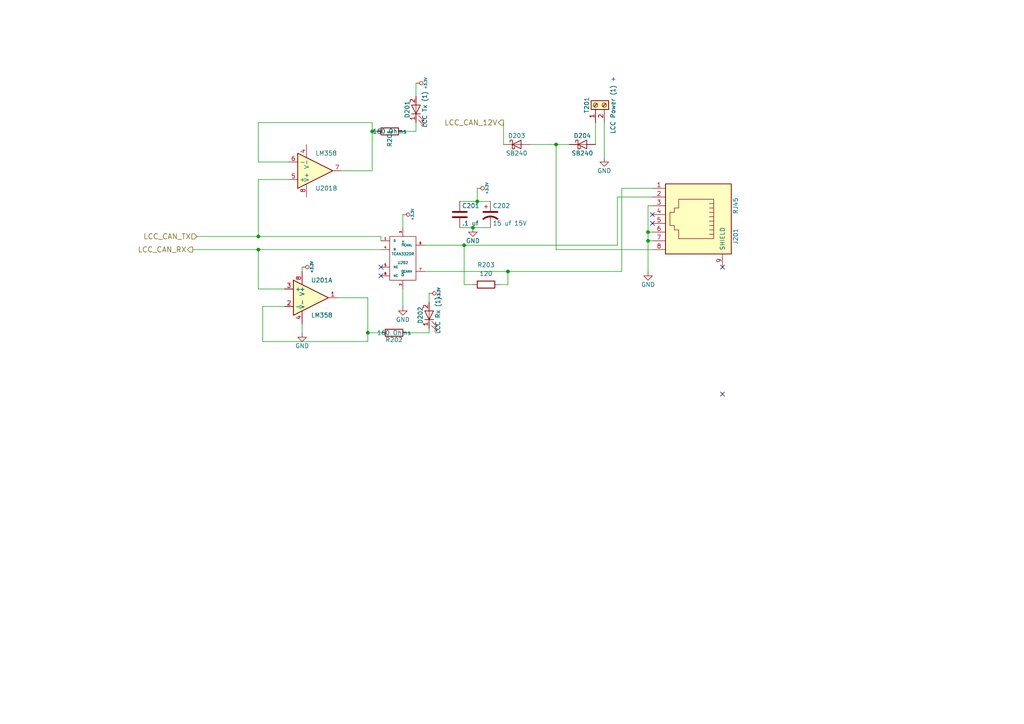
<source format=kicad_sch>
(kicad_sch (version 20211123) (generator eeschema)
  (paper "A4")
  (lib_symbols
    (symbol "Device:R" (pin_numbers hide) (pin_names (offset 0))
      (property "Reference" "R" (at 2.032 0 90))
      (property "Value" "R" (at 0 0 90))
      (symbol "R_0_1"
        (rectangle (start -1.016 -2.54) (end 1.016 2.54) (stroke (width 0.254)))
      )
      (symbol "R_1_1"
        (pin passive line (at 0 3.81 270) (length 1.27) (name "~") (number "1"))
        (pin passive line (at 0 -3.81 90) (length 1.27) (name "~") (number "2"))
      )
    )
    (symbol "LCC-PNET-Router-rescue:C" (pin_numbers hide) (pin_names (offset 0.254))
      (property "Reference" "C" (at 0.635 2.54 0))
      (property "Value" "C" (at 0.635 -2.54 0))
      (symbol "C_0_1"
        (polyline (pts (xy -2.032 -0.762) (xy 2.032 -0.762)) (stroke (width 0.508)))
        (polyline (pts (xy -2.032 0.762) (xy 2.032 0.762)) (stroke (width 0.508)))
      )
      (symbol "C_1_1"
        (pin passive line (at 0 3.81 270) (length 2.794) (name "~") (number "1"))
        (pin passive line (at 0 -3.81 90) (length 2.794) (name "~") (number "2"))
      )
    )
    (symbol "LCC-PNET-Router-rescue:CP1" (pin_numbers hide) (pin_names (offset 0.254) hide)
      (property "Reference" "C" (at 0.635 2.54 0))
      (property "Value" "CP1" (at 0.635 -2.54 0))
      (symbol "CP1_0_1"
        (polyline (pts (xy -2.032 0.762) (xy 2.032 0.762)) (stroke (width 0.508)))
        (polyline (pts (xy -1.778 2.286) (xy -0.762 2.286)))
        (polyline (pts (xy -1.27 1.778) (xy -1.27 2.794)))
        (arc (start 2.032 -1.27) (mid 0 -0.5572) (end -2.032 -1.27) (stroke (width 0.508)))
      )
      (symbol "CP1_1_1"
        (pin passive line (at 0 3.81 270) (length 2.794) (name "~") (number "1"))
        (pin passive line (at 0 -3.81 90) (length 3.302) (name "~") (number "2"))
      )
    )
    (symbol "LCC-PNET-Router-rescue:D_Schottky" (pin_numbers hide) (pin_names (offset 1.016) hide)
      (property "Reference" "D" (at 0 2.54 0))
      (property "Value" "D_Schottky" (at 0 -2.54 0))
      (symbol "D_Schottky_0_1"
        (polyline (pts (xy 1.27 0) (xy -1.27 0)))
        (polyline (pts (xy 1.27 1.27) (xy 1.27 -1.27) (xy -1.27 0) (xy 1.27 1.27)) (stroke (width 0.2032)))
        (polyline (pts (xy -1.905 0.635) (xy -1.905 1.27) (xy -1.27 1.27) (xy -1.27 -1.27) (xy -0.635 -1.27) (xy -0.635 -0.635)) (stroke (width 0.2032)))
      )
      (symbol "D_Schottky_1_1"
        (pin passive line (at -3.81 0 0) (length 2.54) (name "K") (number "1"))
        (pin passive line (at 3.81 0 180) (length 2.54) (name "A") (number "2"))
      )
    )
    (symbol "LCC-PNET-Router-rescue:GND" (power) (pin_names (offset 0))
      (property "Value" "GND" (at 0 -3.81 0))
      (symbol "GND_0_1"
        (polyline (pts (xy 0 0) (xy 0 -1.27) (xy 1.27 -1.27) (xy 0 -2.54) (xy -1.27 -1.27) (xy 0 -1.27)))
      )
      (symbol "GND_1_1"
        (pin power_in line (at 0 0 270) (length 0) hide (name "GND") (number "1"))
      )
    )
    (symbol "LCC-PNET-Router-rescue:LED" (pin_names (offset 1.016) hide)
      (property "Reference" "D" (at 0 2.54 0))
      (property "Value" "LED" (at 0 -2.54 0))
      (symbol "LED_0_1"
        (polyline (pts (xy -1.27 -1.27) (xy -1.27 1.27)) (stroke (width 0.2032)))
        (polyline (pts (xy -1.27 0) (xy 1.27 0)))
        (polyline (pts (xy 1.27 -1.27) (xy 1.27 1.27) (xy -1.27 0) (xy 1.27 -1.27)) (stroke (width 0.2032)))
        (polyline (pts (xy -3.048 -0.762) (xy -4.572 -2.286) (xy -3.81 -2.286) (xy -4.572 -2.286) (xy -4.572 -1.524)))
        (polyline (pts (xy -1.778 -0.762) (xy -3.302 -2.286) (xy -2.54 -2.286) (xy -3.302 -2.286) (xy -3.302 -1.524)))
      )
      (symbol "LED_1_1"
        (pin passive line (at -3.81 0 0) (length 2.54) (name "K") (number "1"))
        (pin passive line (at 3.81 0 180) (length 2.54) (name "A") (number "2"))
      )
    )
    (symbol "LCC-PNET-Router-rescue:LM358"
      (property "Reference" "U" (at 0 5.08 0))
      (property "Value" "LM358" (at 0 -5.08 0))
      (symbol "LM358_0_1"
        (polyline (pts (xy -5.08 5.08) (xy 5.08 0) (xy -5.08 -5.08) (xy -5.08 5.08)) (stroke (width 0.254)) (fill (type background)))
        (pin power_in line (at -2.54 -7.62 90) (length 3.81) (name "V-") (number "4"))
        (pin power_in line (at -2.54 7.62 270) (length 3.81) (name "V+") (number "8"))
      )
      (symbol "LM358_1_1"
        (pin output line (at 7.62 0 180) (length 2.54) (name "~") (number "1"))
        (pin input line (at -7.62 -2.54 0) (length 2.54) (name "-") (number "2"))
        (pin input line (at -7.62 2.54 0) (length 2.54) (name "+") (number "3"))
      )
      (symbol "LM358_2_1"
        (pin input line (at -7.62 2.54 0) (length 2.54) (name "+") (number "5"))
        (pin input line (at -7.62 -2.54 0) (length 2.54) (name "-") (number "6"))
        (pin output line (at 7.62 0 180) (length 2.54) (name "~") (number "7"))
      )
    )
    (symbol "LCC-PNET-Router-rescue:R" (pin_numbers hide) (pin_names (offset 0))
      (property "Reference" "R" (at 2.032 0 90))
      (property "Value" "R" (at 0 0 90))
      (symbol "R_0_1"
        (rectangle (start -1.016 -2.54) (end 1.016 2.54) (stroke (width 0.254)))
      )
      (symbol "R_1_1"
        (pin passive line (at 0 3.81 270) (length 1.27) (name "~") (number "1"))
        (pin passive line (at 0 -3.81 90) (length 1.27) (name "~") (number "2"))
      )
    )
    (symbol "LCC-PNET-Router-rescue:RJ45" (pin_names (offset 1.016))
      (property "Reference" "J" (at 5.08 12.7 0))
      (property "Value" "RJ45" (at -3.81 12.7 0))
      (symbol "RJ45_0_1"
        (rectangle (start -10.16 -7.62) (end 10.16 11.43) (stroke (width 0.254)) (fill (type background)))
        (polyline (pts (xy -4.445 5.08) (xy -4.445 6.35) (xy -4.445 6.35)))
        (polyline (pts (xy -3.175 6.35) (xy -3.175 5.08) (xy -3.175 5.08)))
        (polyline (pts (xy -1.905 6.35) (xy -1.905 5.08) (xy -1.905 5.08)))
        (polyline (pts (xy -0.635 6.35) (xy -0.635 5.08) (xy -0.635 5.08)))
        (polyline (pts (xy 0.635 6.35) (xy 0.635 5.08) (xy 0.635 5.08)))
        (polyline (pts (xy 1.905 6.35) (xy 1.905 5.08) (xy 1.905 5.08)))
        (polyline (pts (xy 3.175 5.08) (xy 3.175 6.35) (xy 3.175 6.35)))
        (polyline (pts (xy 4.445 5.08) (xy 4.445 6.35) (xy 4.445 6.35)))
        (polyline (pts (xy -5.715 6.35) (xy 5.715 6.35) (xy 5.715 -3.81) (xy 3.175 -3.81) (xy 3.175 -5.08) (xy 1.905 -5.08) (xy 1.905 -6.35) (xy -1.905 -6.35) (xy -1.905 -5.08) (xy -3.175 -5.08) (xy -3.175 -3.81) (xy -5.715 -3.81) (xy -5.715 6.35) (xy -5.715 6.35)))
      )
      (symbol "RJ45_1_1"
        (pin passive line (at -8.89 -11.43 90) (length 3.81) (name "~") (number "1"))
        (pin passive line (at -6.35 -11.43 90) (length 3.81) (name "~") (number "2"))
        (pin passive line (at -3.81 -11.43 90) (length 3.81) (name "~") (number "3"))
        (pin passive line (at -1.27 -11.43 90) (length 3.81) (name "~") (number "4"))
        (pin passive line (at 1.27 -11.43 90) (length 3.81) (name "~") (number "5"))
        (pin passive line (at 3.81 -11.43 90) (length 3.81) (name "~") (number "6"))
        (pin passive line (at 6.35 -11.43 90) (length 3.81) (name "~") (number "7"))
        (pin passive line (at 8.89 -11.43 90) (length 3.81) (name "~") (number "8"))
        (pin passive line (at 13.97 8.89 180) (length 3.81) (name "SHIELD") (number "9"))
      )
    )
    (symbol "LCC-PNET-Router-rescue:Screw_Terminal_01x02" (pin_names (offset 1.016) hide)
      (property "Reference" "J" (at 0 2.54 0))
      (property "Value" "Screw_Terminal_01x02" (at 0 -5.08 0))
      (symbol "Screw_Terminal_01x02_1_1"
        (rectangle (start -1.27 1.27) (end 1.27 -3.81) (stroke (width 0.254)) (fill (type background)))
        (circle (center 0 -2.54) (radius 0.635) (stroke (width 0.1524)))
        (polyline (pts (xy -0.5334 -2.2098) (xy 0.3302 -3.048)) (stroke (width 0.1524)))
        (polyline (pts (xy -0.5334 0.3302) (xy 0.3302 -0.508)) (stroke (width 0.1524)))
        (polyline (pts (xy -0.3556 -2.032) (xy 0.508 -2.8702)) (stroke (width 0.1524)))
        (polyline (pts (xy -0.3556 0.508) (xy 0.508 -0.3302)) (stroke (width 0.1524)))
        (circle (center 0 0) (radius 0.635) (stroke (width 0.1524)))
        (pin passive line (at -5.08 0 0) (length 3.81) (name "Pin_1") (number "1"))
        (pin passive line (at -5.08 -2.54 0) (length 3.81) (name "Pin_2") (number "2"))
      )
    )
    (symbol "LCC-PNET-Router-rescue:TCAN332DR" (pin_names (offset 1.016))
      (property "Reference" "U" (at 0 -1.27 0))
      (property "Value" "TCAN332DR" (at 0 1.27 0))
      (symbol "TCAN332DR_0_1"
        (rectangle (start -3.81 6.35) (end 3.81 -6.35))
      )
      (symbol "TCAN332DR_1_1"
        (pin input line (at -6.35 5.08 0) (length 2.54) (name "D") (number "1"))
        (pin power_in line (at 0 -8.89 90) (length 2.54) (name "GND") (number "2"))
        (pin power_in line (at 0 8.89 270) (length 2.54) (name "Vcc") (number "3"))
        (pin output line (at -6.35 2.54 0) (length 2.54) (name "R") (number "4"))
        (pin input line (at -6.35 -2.54 0) (length 2.54) (name "NC") (number "5"))
        (pin bidirectional line (at 6.35 3.81 180) (length 2.54) (name "CANL") (number "6"))
        (pin bidirectional line (at 6.35 -3.81 180) (length 2.54) (name "CANH") (number "7"))
        (pin input line (at -6.35 -5.08 0) (length 2.54) (name "NC") (number "8"))
      )
    )
    (symbol "STM32_Nucleo_MorphoBoard-rescue:+3.3V" (power) (pin_names (offset 0))
      (property "Value" "+3.3V" (at 0 2.794 0))
      (symbol "+3.3V_0_0"
        (pin power_in line (at 0 0 90) (length 0) hide (name "+3.3V") (number "1"))
      )
      (symbol "+3.3V_0_1"
        (polyline (pts (xy 0 0) (xy 0 1.016) (xy 0 1.016)))
        (circle (center 0 1.524) (radius 0.508))
      )
    )
  )
  (junction (at 137.16 66.04))
  (junction (at 138.43 58.42))
  (junction (at 161.29 41.91))
  (junction (at 74.93 68.58))
  (junction (at 106.68 96.52))
  (junction (at 147.32 78.74))
  (junction (at 134.62 71.12))
  (junction (at 187.96 67.31))
  (junction (at 187.96 69.85))
  (junction (at 107.95 38.1))
  (junction (at 74.93 72.39))
  (no_connect (at 110.49 80.01))
  (no_connect (at 209.55 114.3))
  (no_connect (at 189.23 64.77))
  (no_connect (at 209.55 77.47))
  (no_connect (at 189.23 62.23))
  (no_connect (at 110.49 77.47))
  (wire (pts (xy 133.35 58.42) (xy 138.43 58.42)))
  (wire (pts (xy 138.43 58.42) (xy 142.24 58.42)))
  (wire (pts (xy 74.93 46.99) (xy 74.93 35.56)))
  (wire (pts (xy 83.82 46.99) (xy 74.93 46.99)))
  (wire (pts (xy 123.19 78.74) (xy 147.32 78.74)))
  (wire (pts (xy 134.62 82.55) (xy 137.16 82.55)))
  (wire (pts (xy 87.63 93.98) (xy 87.63 96.52)))
  (wire (pts (xy 187.96 67.31) (xy 189.23 67.31)))
  (wire (pts (xy 55.88 72.39) (xy 74.93 72.39)))
  (wire (pts (xy 120.65 38.1) (xy 116.84 38.1)))
  (wire (pts (xy 124.46 85.09) (xy 124.46 87.63)))
  (wire (pts (xy 107.95 35.56) (xy 107.95 38.1)))
  (wire (pts (xy 161.29 72.39) (xy 161.29 41.91)))
  (wire (pts (xy 161.29 72.39) (xy 189.23 72.39)))
  (wire (pts (xy 109.22 38.1) (xy 107.95 38.1)))
  (wire (pts (xy 120.65 24.13) (xy 120.65 27.94)))
  (wire (pts (xy 74.93 52.07) (xy 74.93 68.58)))
  (wire (pts (xy 179.07 57.15) (xy 179.07 71.12)))
  (wire (pts (xy 106.68 99.06) (xy 106.68 96.52)))
  (wire (pts (xy 87.63 77.47) (xy 87.63 78.74)))
  (wire (pts (xy 116.84 62.23) (xy 116.84 66.04)))
  (wire (pts (xy 107.95 38.1) (xy 107.95 49.53)))
  (wire (pts (xy 110.49 68.58) (xy 110.49 69.85)))
  (wire (pts (xy 147.32 78.74) (xy 180.34 78.74)))
  (wire (pts (xy 82.55 83.82) (xy 74.93 83.82)))
  (wire (pts (xy 110.49 96.52) (xy 106.68 96.52)))
  (wire (pts (xy 107.95 49.53) (xy 99.06 49.53)))
  (wire (pts (xy 74.93 72.39) (xy 110.49 72.39)))
  (wire (pts (xy 82.55 88.9) (xy 76.2 88.9)))
  (wire (pts (xy 123.19 71.12) (xy 134.62 71.12)))
  (wire (pts (xy 74.93 83.82) (xy 74.93 72.39)))
  (wire (pts (xy 116.84 83.82) (xy 116.84 88.9)))
  (wire (pts (xy 76.2 99.06) (xy 106.68 99.06)))
  (wire (pts (xy 172.72 35.56) (xy 172.72 41.91)))
  (wire (pts (xy 187.96 69.85) (xy 189.23 69.85)))
  (wire (pts (xy 187.96 67.31) (xy 187.96 69.85)))
  (wire (pts (xy 147.32 82.55) (xy 147.32 78.74)))
  (wire (pts (xy 187.96 59.69) (xy 189.23 59.69)))
  (wire (pts (xy 133.35 66.04) (xy 137.16 66.04)))
  (wire (pts (xy 180.34 54.61) (xy 189.23 54.61)))
  (wire (pts (xy 120.65 35.56) (xy 120.65 38.1)))
  (wire (pts (xy 187.96 59.69) (xy 187.96 67.31)))
  (wire (pts (xy 124.46 96.52) (xy 118.11 96.52)))
  (wire (pts (xy 146.05 41.91) (xy 146.05 35.56)))
  (wire (pts (xy 76.2 88.9) (xy 76.2 99.06)))
  (wire (pts (xy 83.82 52.07) (xy 74.93 52.07)))
  (wire (pts (xy 137.16 66.04) (xy 142.24 66.04)))
  (wire (pts (xy 134.62 82.55) (xy 134.62 71.12)))
  (wire (pts (xy 175.26 35.56) (xy 175.26 45.72)))
  (wire (pts (xy 74.93 68.58) (xy 110.49 68.58)))
  (wire (pts (xy 180.34 54.61) (xy 180.34 78.74)))
  (wire (pts (xy 144.78 82.55) (xy 147.32 82.55)))
  (wire (pts (xy 179.07 57.15) (xy 189.23 57.15)))
  (wire (pts (xy 57.15 68.58) (xy 74.93 68.58)))
  (wire (pts (xy 74.93 35.56) (xy 107.95 35.56)))
  (wire (pts (xy 138.43 54.61) (xy 138.43 58.42)))
  (wire (pts (xy 134.62 71.12) (xy 179.07 71.12)))
  (wire (pts (xy 161.29 41.91) (xy 165.1 41.91)))
  (wire (pts (xy 153.67 41.91) (xy 161.29 41.91)))
  (wire (pts (xy 106.68 96.52) (xy 106.68 86.36)))
  (wire (pts (xy 124.46 95.25) (xy 124.46 96.52)))
  (wire (pts (xy 106.68 86.36) (xy 97.79 86.36)))
  (wire (pts (xy 187.96 69.85) (xy 187.96 78.74)))
  (hierarchical_label "LCC_CAN_12V" (shape output) (at 146.05 35.56 180) (effects (font (size 1.524 1.524))))
  (hierarchical_label "LCC_CAN_RX" (shape output) (at 55.88 72.39 180) (effects (font (size 1.524 1.524))))
  (hierarchical_label "LCC_CAN_TX" (shape input) (at 57.15 68.58 180) (effects (font (size 1.524 1.524))))
  (symbol (lib_id "LCC-PNET-Router-rescue:TCAN332DR") (at 116.84 74.93 0) (unit 1)
    (property "Reference" "U202" (at 116.84 76.2 0) (effects (font (size 0.762 0.762))))
    (property "Value" "TCAN332DR" (at 116.84 73.66 0) (effects (font (size 0.762 0.762))))
    (property "Footprint" "Package_SO:SOIC-8_3.9x4.9mm_P1.27mm" (effects hide))
    (property "Mouser Part Number" "595-TCAN332DR" (effects hide))
  )
  (symbol (lib_id "LCC-PNET-Router-rescue:RJ45") (at 200.66 63.5 270) (unit 1)
    (property "Reference" "J201" (at 213.36 68.58 0))
    (property "Value" "RJ45" (at 213.36 59.69 0))
    (property "Footprint" "RJ45:RJ45_8N-S" (effects hide))
    (property "Mouser Part Number" "710-615008144221" (effects hide))
  )
  (symbol (lib_id "LCC-PNET-Router-rescue:GND") (at 116.84 88.9 0) (unit 1)
    (property "Reference" "#PWR0204" (effects hide))
    (property "Value" "GND" (at 116.84 92.71 0))
  )
  (symbol (lib_id "LCC-PNET-Router-rescue:GND") (at 187.96 78.74 0) (unit 1)
    (property "Reference" "#PWR0210" (effects hide))
    (property "Value" "GND" (at 187.96 82.55 0))
  )
  (symbol (lib_id "LCC-PNET-Router-rescue:C") (at 133.35 62.23 0) (unit 1)
    (property "Reference" "C201" (at 133.985 59.69 0) (effects (justify left)))
    (property "Value" ".1 uf" (at 133.985 64.77 0) (effects (justify left)))
    (property "Footprint" "Capacitor_SMD:C_0603_1608Metric" (effects hide))
    (property "Mouser Part Number" "603-CC603KPX7R9BB104" (effects hide))
  )
  (symbol (lib_id "LCC-PNET-Router-rescue:CP1") (at 142.24 62.23 0) (unit 1)
    (property "Reference" "C202" (at 142.875 59.69 0) (effects (justify left)))
    (property "Value" "15 uf 15V" (at 142.875 64.77 0) (effects (justify left)))
    (property "Footprint" "Capacitor_SMD:CP_Elec_4x5.8" (effects hide))
    (property "Mouser Part Number" "647-UUD1C150MCL" (effects hide))
  )
  (symbol (lib_id "LCC-PNET-Router-rescue:GND") (at 137.16 66.04 0) (unit 1)
    (property "Reference" "#PWR0207" (effects hide))
    (property "Value" "GND" (at 137.16 69.85 0))
  )
  (symbol (lib_id "LCC-PNET-Router-rescue:Screw_Terminal_01x02") (at 172.72 30.48 90) (unit 1)
    (property "Reference" "T201" (at 170.18 30.48 0))
    (property "Value" "LCC Power (1) +" (at 177.8 30.48 0))
    (property "Footprint" "TerminalBlock_TE-Connectivity:TerminalBlock_TE_282834-2_1x02_P2.54mm_Horizontal" (effects hide))
    (property "Mouser Part Number" "651-1725656" (effects hide))
  )
  (symbol (lib_id "LCC-PNET-Router-rescue:D_Schottky") (at 149.86 41.91 0) (unit 1)
    (property "Reference" "D203" (at 149.86 39.37 0))
    (property "Value" "SB240" (at 149.86 44.45 0))
    (property "Footprint" "Diode_SMD:D_PowerDI-123" (effects hide))
    (property "Mouser Part Number" "621-DFLS240-7" (effects hide))
  )
  (symbol (lib_id "LCC-PNET-Router-rescue:D_Schottky") (at 168.91 41.91 0) (unit 1)
    (property "Reference" "D204" (at 168.91 39.37 0))
    (property "Value" "SB240" (at 168.91 44.45 0))
    (property "Footprint" "Diode_SMD:D_PowerDI-123" (effects hide))
    (property "Mouser Part Number" "621-DFLS240-7" (effects hide))
  )
  (symbol (lib_id "LCC-PNET-Router-rescue:GND") (at 175.26 45.72 0) (unit 1)
    (property "Reference" "#PWR0209" (effects hide))
    (property "Value" "GND" (at 175.26 49.53 0))
  )
  (symbol (lib_id "LCC-PNET-Router-rescue:LM358") (at 91.44 49.53 0) (mirror x) (unit 2)
    (property "Reference" "U201" (at 91.44 54.61 0) (effects (justify left)))
    (property "Value" "LM358" (at 91.44 44.45 0) (effects (justify left)))
    (property "Footprint" "Package_SO:SOIC-8_3.9x4.9mm_P1.27mm" (effects hide))
    (property "Mouser Part Number" "595-LM358DR" (effects hide))
  )
  (symbol (lib_id "LCC-PNET-Router-rescue:LM358") (at 90.17 86.36 0) (unit 1)
    (property "Reference" "U201" (at 90.17 81.28 0) (effects (justify left)))
    (property "Value" "LM358" (at 90.17 91.44 0) (effects (justify left)))
    (property "Footprint" "Package_SO:SOIC-8_3.9x4.9mm_P1.27mm" (effects hide))
    (property "Mouser Part Number" "595-LM358DR" (effects hide))
  )
  (symbol (lib_id "LCC-PNET-Router-rescue:GND") (at 87.63 96.52 0) (unit 1)
    (property "Reference" "#PWR0202" (effects hide))
    (property "Value" "GND" (at 87.63 100.33 0))
  )
  (symbol (lib_id "LCC-PNET-Router-rescue:R") (at 113.03 38.1 270) (unit 1)
    (property "Reference" "R201" (at 113.03 40.132 0))
    (property "Value" "160 Ohms" (at 113.03 38.1 90))
    (property "Footprint" "Resistor_SMD:R_0603_1608Metric" (effects hide))
    (property "Mouser Part Number" "603-AC0603JR-07160RL" (effects hide))
  )
  (symbol (lib_id "LCC-PNET-Router-rescue:R") (at 114.3 96.52 270) (unit 1)
    (property "Reference" "R202" (at 114.3 98.552 90))
    (property "Value" "160 Ohms" (at 114.3 96.52 90))
    (property "Footprint" "Resistor_SMD:R_0603_1608Metric" (effects hide))
    (property "Mouser Part Number" "603-AC0603JR-07160RL" (effects hide))
  )
  (symbol (lib_id "LCC-PNET-Router-rescue:LED") (at 120.65 31.75 90) (unit 1)
    (property "Reference" "D201" (at 118.11 31.75 0))
    (property "Value" "LCC Tx (1)" (at 123.19 31.75 0))
    (property "Footprint" "LED_SMD:LED_0603_1608Metric" (effects hide))
    (property "Mouser Part Number" "710-150060SS75000" (effects hide))
  )
  (symbol (lib_id "LCC-PNET-Router-rescue:LED") (at 124.46 91.44 90) (unit 1)
    (property "Reference" "D202" (at 121.92 91.44 0))
    (property "Value" "LCC Rx (1)" (at 127 91.44 0))
    (property "Footprint" "LED_SMD:LED_0603_1608Metric" (effects hide))
    (property "Mouser Part Number" "710-150060YS75000" (effects hide))
  )
  (symbol (lib_id "STM32_Nucleo_MorphoBoard-rescue:+3.3V") (at 124.46 85.09 270) (unit 1)
    (property "Reference" "#PWR0113" (effects hide))
    (property "Value" "+3.3V" (at 127.254 85.09 0) (effects (font (size 0.762 0.762))))
  )
  (symbol (lib_id "Device:R") (at 140.97 82.55 90) (unit 1)
    (property "Reference" "R203" (at 140.97 76.835 90))
    (property "Value" "120" (at 140.97 79.375 90))
    (property "Footprint" "Resistor_SMD:R_0603_1608Metric" (effects hide))
    (property "Mouser Part Number" "603-RT0603DRE07120RL" (effects hide))
  )
  (symbol (lib_id "STM32_Nucleo_MorphoBoard-rescue:+3.3V") (at 120.65 24.13 270) (unit 1)
    (property "Reference" "#PWR0111" (effects hide))
    (property "Value" "+3.3V" (at 123.444 24.13 0) (effects (font (size 0.762 0.762))))
  )
  (symbol (lib_id "STM32_Nucleo_MorphoBoard-rescue:+3.3V") (at 116.84 62.23 270) (unit 1)
    (property "Reference" "#PWR0114" (effects hide))
    (property "Value" "+3.3V" (at 119.634 62.23 0) (effects (font (size 0.762 0.762))))
  )
  (symbol (lib_id "STM32_Nucleo_MorphoBoard-rescue:+3.3V") (at 87.63 77.47 270) (unit 1)
    (property "Reference" "#PWR0112" (effects hide))
    (property "Value" "+3.3V" (at 90.424 77.47 0) (effects (font (size 0.762 0.762))))
  )
  (symbol (lib_id "STM32_Nucleo_MorphoBoard-rescue:+3.3V") (at 138.43 54.61 270) (unit 1)
    (property "Reference" "#PWR0110" (effects hide))
    (property "Value" "+3.3V" (at 141.224 54.61 0) (effects (font (size 0.762 0.762))))
  )
)
</source>
